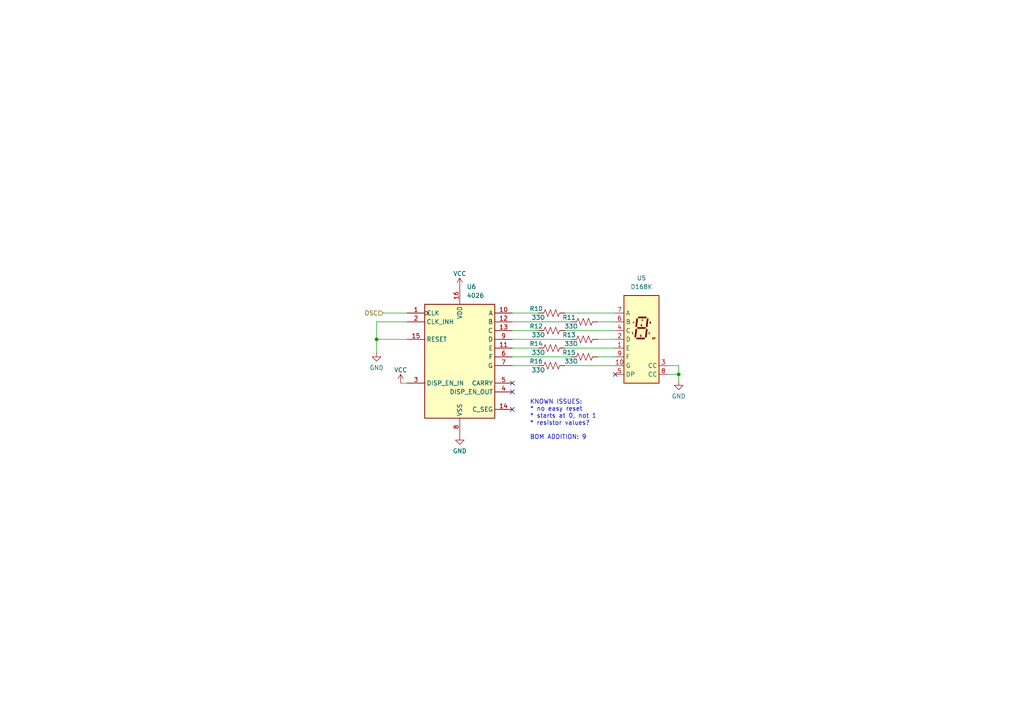
<source format=kicad_sch>
(kicad_sch (version 20211123) (generator eeschema)
  (paper "A4")
  (lib_symbols
    (symbol "Device:R_US" (pin_numbers hide) (pin_names (offset 0))
      (property "Reference" "R" (at 2.54 0 90))
      (property "Value" "R_US" (at -2.54 0 90))
      (symbol "R_US_0_1"
        (polyline (pts (xy 0 -2.286) (xy 0 -2.54)))
        (polyline (pts (xy 0 2.286) (xy 0 2.54)))
        (polyline (pts (xy 0 -0.762) (xy 1.016 -1.143) (xy 0 -1.524) (xy -1.016 -1.905) (xy 0 -2.286)))
        (polyline (pts (xy 0 0.762) (xy 1.016 0.381) (xy 0 0) (xy -1.016 -0.381) (xy 0 -0.762)))
        (polyline (pts (xy 0 2.286) (xy 1.016 1.905) (xy 0 1.524) (xy -1.016 1.143) (xy 0 0.762)))
      )
      (symbol "R_US_1_1"
        (pin passive line (at 0 3.81 270) (length 1.27) (name "~") (number "1"))
        (pin passive line (at 0 -3.81 90) (length 1.27) (name "~") (number "2"))
      )
    )
    (symbol "Display_Character:D168K"
      (property "Reference" "U" (at -2.54 13.97 0))
      (property "Value" "D168K" (at 1.27 13.97 0))
      (symbol "D168K_0_0"
        (text "A" (at 0.254 5.588 0) (effects (font (size 0.508 0.508))))
        (text "B" (at 2.54 4.826 0) (effects (font (size 0.508 0.508))))
        (text "C" (at 2.286 1.778 0) (effects (font (size 0.508 0.508))))
        (text "D" (at -0.254 1.016 0) (effects (font (size 0.508 0.508))))
        (text "DP" (at 3.556 0.254 0) (effects (font (size 0.508 0.508))))
        (text "E" (at -2.54 1.778 0) (effects (font (size 0.508 0.508))))
        (text "F" (at -2.286 4.826 0) (effects (font (size 0.508 0.508))))
        (text "G" (at 0 4.064 0) (effects (font (size 0.508 0.508))))
      )
      (symbol "D168K_0_1"
        (rectangle (start -5.08 12.7) (end 5.08 -12.7) (stroke (width 0.254)) (fill (type background)))
        (polyline (pts (xy -1.524 2.794) (xy -1.778 0.762)) (stroke (width 0.508)))
        (polyline (pts (xy -1.27 0.254) (xy 0.762 0.254)) (stroke (width 0.508)))
        (polyline (pts (xy -1.27 5.842) (xy -1.524 3.81)) (stroke (width 0.508)))
        (polyline (pts (xy -1.016 3.302) (xy 1.016 3.302)) (stroke (width 0.508)))
        (polyline (pts (xy -0.762 6.35) (xy 1.27 6.35)) (stroke (width 0.508)))
        (polyline (pts (xy 1.524 2.794) (xy 1.27 0.762)) (stroke (width 0.508)))
        (polyline (pts (xy 1.778 5.842) (xy 1.524 3.81)) (stroke (width 0.508)))
        (polyline (pts (xy 2.54 0.254) (xy 2.54 0.254)) (stroke (width 0.508)))
      )
      (symbol "D168K_1_1"
        (pin input line (at -7.62 -2.54 0) (length 2.54) (name "E") (number "1"))
        (pin input line (at -7.62 -7.62 0) (length 2.54) (name "G") (number "10"))
        (pin input line (at -7.62 0 0) (length 2.54) (name "D") (number "2"))
        (pin input line (at 7.62 -7.62 180) (length 2.54) (name "CC") (number "3"))
        (pin input line (at -7.62 2.54 0) (length 2.54) (name "C") (number "4"))
        (pin input line (at -7.62 -10.16 0) (length 2.54) (name "DP") (number "5"))
        (pin input line (at -7.62 5.08 0) (length 2.54) (name "B") (number "6"))
        (pin input line (at -7.62 7.62 0) (length 2.54) (name "A") (number "7"))
        (pin input line (at 7.62 -10.16 180) (length 2.54) (name "CC") (number "8"))
        (pin input line (at -7.62 -5.08 0) (length 2.54) (name "F") (number "9"))
      )
    )
    (symbol "parts_cafe:4026"
      (property "Reference" "U" (at 0 35.56 0))
      (property "Value" "4026" (at 0 0 0))
      (symbol "4026_1_0"
        (pin input clock (at -5.08 31.75 0) (length 5.08) (name "CLK") (number "1"))
        (pin output line (at 25.4 31.75 180) (length 5.08) (name "A") (number "10"))
        (pin output line (at 25.4 21.59 180) (length 5.08) (name "E") (number "11"))
        (pin output line (at 25.4 29.21 180) (length 5.08) (name "B") (number "12"))
        (pin output line (at 25.4 26.67 180) (length 5.08) (name "C") (number "13"))
        (pin output line (at 25.4 3.81 180) (length 5.08) (name "C_SEG") (number "14"))
        (pin input line (at -5.08 24.13 0) (length 5.08) (name "RESET") (number "15"))
        (pin power_in line (at 10.16 39.37 270) (length 5.08) (name "VDD") (number "16"))
        (pin input line (at -5.08 29.21 0) (length 5.08) (name "CLK_INH") (number "2"))
        (pin input line (at -5.08 11.43 0) (length 5.08) (name "DISP_EN_IN") (number "3"))
        (pin output line (at 25.4 8.89 180) (length 5.08) (name "DISP_EN_OUT") (number "4"))
        (pin output line (at 25.4 11.43 180) (length 5.08) (name "CARRY") (number "5"))
        (pin output line (at 25.4 19.05 180) (length 5.08) (name "F") (number "6"))
        (pin output line (at 25.4 16.51 180) (length 5.08) (name "G") (number "7"))
        (pin power_in line (at 10.16 -3.81 90) (length 5.08) (name "VSS") (number "8"))
        (pin output line (at 25.4 24.13 180) (length 5.08) (name "D") (number "9"))
      )
      (symbol "4026_1_1"
        (rectangle (start 0 34.29) (end 20.32 1.27) (stroke (width 0.254)) (fill (type background)))
      )
    )
    (symbol "power:GND" (power) (pin_names (offset 0))
      (property "Value" "GND" (at 0 -3.81 0))
      (symbol "GND_0_1"
        (polyline (pts (xy 0 0) (xy 0 -1.27) (xy 1.27 -1.27) (xy 0 -2.54) (xy -1.27 -1.27) (xy 0 -1.27)))
      )
      (symbol "GND_1_1"
        (pin power_in line (at 0 0 270) (length 0) hide (name "GND") (number "1"))
      )
    )
    (symbol "power:VCC" (power) (pin_names (offset 0))
      (property "Value" "VCC" (at 0 3.81 0))
      (symbol "VCC_0_1"
        (polyline (pts (xy -0.762 1.27) (xy 0 2.54)))
        (polyline (pts (xy 0 0) (xy 0 2.54)))
        (polyline (pts (xy 0 2.54) (xy 0.762 1.27)))
      )
      (symbol "VCC_1_1"
        (pin power_in line (at 0 0 90) (length 0) hide (name "VCC") (number "1"))
      )
    )
  )
  (junction (at 196.85 108.585))
  (junction (at 109.22 98.425))
  (no_connect (at 148.59 118.745))
  (no_connect (at 178.435 108.585))
  (no_connect (at 148.59 113.665))
  (no_connect (at 148.59 111.125))
  (wire (pts (xy 111.125 90.805) (xy 118.11 90.805)))
  (wire (pts (xy 148.59 106.045) (xy 156.21 106.045)))
  (wire (pts (xy 148.59 98.425) (xy 165.735 98.425)))
  (wire (pts (xy 148.59 90.805) (xy 156.21 90.805)))
  (wire (pts (xy 196.85 106.045) (xy 196.85 108.585)))
  (wire (pts (xy 148.59 93.345) (xy 165.735 93.345)))
  (wire (pts (xy 109.22 93.345) (xy 109.22 98.425)))
  (wire (pts (xy 163.83 106.045) (xy 178.435 106.045)))
  (wire (pts (xy 173.355 103.505) (xy 178.435 103.505)))
  (wire (pts (xy 163.83 100.965) (xy 178.435 100.965)))
  (wire (pts (xy 173.355 93.345) (xy 178.435 93.345)))
  (wire (pts (xy 109.22 93.345) (xy 118.11 93.345)))
  (wire (pts (xy 148.59 95.885) (xy 156.21 95.885)))
  (wire (pts (xy 116.205 111.125) (xy 118.11 111.125)))
  (wire (pts (xy 163.83 90.805) (xy 178.435 90.805)))
  (wire (pts (xy 148.59 100.965) (xy 156.21 100.965)))
  (wire (pts (xy 196.85 108.585) (xy 196.85 110.49)))
  (wire (pts (xy 148.59 103.505) (xy 165.735 103.505)))
  (wire (pts (xy 109.22 98.425) (xy 109.22 102.235)))
  (wire (pts (xy 173.355 98.425) (xy 178.435 98.425)))
  (wire (pts (xy 193.675 106.045) (xy 196.85 106.045)))
  (wire (pts (xy 109.22 98.425) (xy 118.11 98.425)))
  (wire (pts (xy 163.83 95.885) (xy 178.435 95.885)))
  (wire (pts (xy 193.675 108.585) (xy 196.85 108.585)))
  (text "KNOWN ISSUES:\n* no easy reset\n* starts at 0, not 1\n* resistor values?\n\nBOM ADDITION: 9" (at 153.67 127.635 0) (effects (font (size 1.27 1.27)) (justify left bottom)))
  (hierarchical_label "OSC" (shape input) (at 111.125 90.805 180))
  (symbol (lib_id "power:VCC") (at 116.205 111.125 0) (unit 1)
    (property "Reference" "#PWR020" (effects hide))
    (property "Value" "VCC" (at 116.205 107.315 0))
  )
  (symbol (lib_id "power:GND") (at 109.22 102.235 0) (unit 1)
    (property "Reference" "#PWR018" (effects hide))
    (property "Value" "GND" (at 109.22 106.68 0))
  )
  (symbol (lib_id "Device:R_US") (at 160.02 95.885 90) (unit 1)
    (property "Reference" "R12" (at 157.48 94.615 90) (effects (justify left)))
    (property "Value" "33O" (at 158.115 97.155 90) (effects (justify left)))
    (property "Footprint" "Resistor_THT:R_Axial_DIN0204_L3.6mm_D1.6mm_P7.62mm_Horizontal" (effects hide))
  )
  (symbol (lib_id "Device:R_US") (at 169.545 103.505 90) (unit 1)
    (property "Reference" "R15" (at 167.005 102.235 90) (effects (justify left)))
    (property "Value" "33O" (at 167.64 104.775 90) (effects (justify left)))
    (property "Footprint" "Resistor_THT:R_Axial_DIN0204_L3.6mm_D1.6mm_P7.62mm_Horizontal" (effects hide))
  )
  (symbol (lib_id "Display_Character:D168K") (at 186.055 98.425 0) (unit 1)
    (property "Reference" "U5" (at 186.055 80.645 0))
    (property "Value" "D168K" (at 186.055 83.185 0))
    (property "Footprint" "Display_7Segment:D1X8K" (effects hide))
    (property "Datasheet" "https://ia800903.us.archive.org/24/items/CTKD1x8K/Cromatek%20D168K.pdf" (effects hide))
  )
  (symbol (lib_id "power:GND") (at 196.85 110.49 0) (unit 1)
    (property "Reference" "#PWR019" (effects hide))
    (property "Value" "GND" (at 196.85 114.935 0))
  )
  (symbol (lib_id "power:VCC") (at 133.35 83.185 0) (unit 1)
    (property "Reference" "#PWR017" (effects hide))
    (property "Value" "VCC" (at 133.35 79.375 0))
  )
  (symbol (lib_id "Device:R_US") (at 160.02 106.045 90) (unit 1)
    (property "Reference" "R16" (at 157.48 104.775 90) (effects (justify left)))
    (property "Value" "33O" (at 158.115 107.315 90) (effects (justify left)))
    (property "Footprint" "Resistor_THT:R_Axial_DIN0204_L3.6mm_D1.6mm_P7.62mm_Horizontal" (effects hide))
  )
  (symbol (lib_id "Device:R_US") (at 169.545 98.425 90) (unit 1)
    (property "Reference" "R13" (at 167.005 97.155 90) (effects (justify left)))
    (property "Value" "33O" (at 167.64 99.695 90) (effects (justify left)))
    (property "Footprint" "Resistor_THT:R_Axial_DIN0204_L3.6mm_D1.6mm_P7.62mm_Horizontal" (effects hide))
  )
  (symbol (lib_id "parts_cafe:4026") (at 123.19 122.555 0) (unit 1)
    (property "Reference" "U6" (at 135.3694 83.185 0) (effects (justify left)))
    (property "Value" "4026" (at 135.3694 85.725 0) (effects (justify left)))
  )
  (symbol (lib_id "Device:R_US") (at 160.02 100.965 90) (unit 1)
    (property "Reference" "R14" (at 157.48 99.695 90) (effects (justify left)))
    (property "Value" "33O" (at 158.115 102.235 90) (effects (justify left)))
    (property "Footprint" "Resistor_THT:R_Axial_DIN0204_L3.6mm_D1.6mm_P7.62mm_Horizontal" (effects hide))
  )
  (symbol (lib_id "Device:R_US") (at 169.545 93.345 90) (unit 1)
    (property "Reference" "R11" (at 167.005 92.075 90) (effects (justify left)))
    (property "Value" "33O" (at 167.64 94.615 90) (effects (justify left)))
    (property "Footprint" "Resistor_THT:R_Axial_DIN0204_L3.6mm_D1.6mm_P7.62mm_Horizontal" (effects hide))
  )
  (symbol (lib_id "power:GND") (at 133.35 126.365 0) (unit 1)
    (property "Reference" "#PWR021" (effects hide))
    (property "Value" "GND" (at 133.35 130.81 0))
  )
  (symbol (lib_id "Device:R_US") (at 160.02 90.805 90) (unit 1)
    (property "Reference" "R10" (at 157.48 89.535 90) (effects (justify left)))
    (property "Value" "33O" (at 158.115 92.075 90) (effects (justify left)))
    (property "Footprint" "Resistor_THT:R_Axial_DIN0204_L3.6mm_D1.6mm_P7.62mm_Horizontal" (effects hide))
  )
)
</source>
